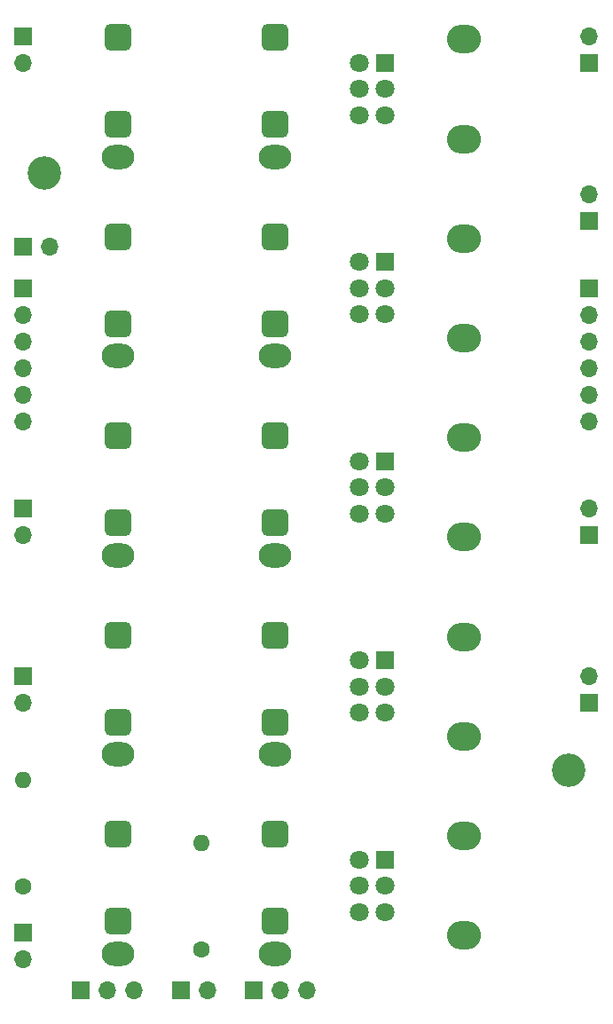
<source format=gts>
G04 #@! TF.GenerationSoftware,KiCad,Pcbnew,(6.0.4)*
G04 #@! TF.CreationDate,2023-11-12T14:02:13+01:00*
G04 #@! TF.ProjectId,Mixer_FRONT,4d697865-725f-4465-924f-4e542e6b6963,rev?*
G04 #@! TF.SameCoordinates,Original*
G04 #@! TF.FileFunction,Soldermask,Top*
G04 #@! TF.FilePolarity,Negative*
%FSLAX46Y46*%
G04 Gerber Fmt 4.6, Leading zero omitted, Abs format (unit mm)*
G04 Created by KiCad (PCBNEW (6.0.4)) date 2023-11-12 14:02:13*
%MOMM*%
%LPD*%
G01*
G04 APERTURE LIST*
G04 Aperture macros list*
%AMRoundRect*
0 Rectangle with rounded corners*
0 $1 Rounding radius*
0 $2 $3 $4 $5 $6 $7 $8 $9 X,Y pos of 4 corners*
0 Add a 4 corners polygon primitive as box body*
4,1,4,$2,$3,$4,$5,$6,$7,$8,$9,$2,$3,0*
0 Add four circle primitives for the rounded corners*
1,1,$1+$1,$2,$3*
1,1,$1+$1,$4,$5*
1,1,$1+$1,$6,$7*
1,1,$1+$1,$8,$9*
0 Add four rect primitives between the rounded corners*
20,1,$1+$1,$2,$3,$4,$5,0*
20,1,$1+$1,$4,$5,$6,$7,0*
20,1,$1+$1,$6,$7,$8,$9,0*
20,1,$1+$1,$8,$9,$2,$3,0*%
G04 Aperture macros list end*
%ADD10O,3.240000X2.720000*%
%ADD11R,1.800000X1.800000*%
%ADD12C,1.800000*%
%ADD13O,3.100000X2.300000*%
%ADD14RoundRect,0.650000X-0.650000X-0.650000X0.650000X-0.650000X0.650000X0.650000X-0.650000X0.650000X0*%
%ADD15C,3.200000*%
%ADD16C,1.600000*%
%ADD17O,1.600000X1.600000*%
%ADD18R,1.700000X1.700000*%
%ADD19O,1.700000X1.700000*%
G04 APERTURE END LIST*
D10*
X68025000Y-131250000D03*
X68025000Y-140750000D03*
D11*
X60525000Y-133500000D03*
D12*
X60525000Y-136000000D03*
X60525000Y-138500000D03*
X58025000Y-133500000D03*
X58025000Y-136000000D03*
X58025000Y-138500000D03*
D10*
X68025000Y-64750000D03*
X68025000Y-55250000D03*
D11*
X60525000Y-57500000D03*
D12*
X60525000Y-60000000D03*
X60525000Y-62500000D03*
X58025000Y-57500000D03*
X58025000Y-60000000D03*
X58025000Y-62500000D03*
D13*
X35000000Y-66480000D03*
D14*
X35000000Y-55080000D03*
X35000000Y-63380000D03*
D15*
X28000000Y-68000000D03*
D13*
X50000000Y-104480000D03*
D14*
X50000000Y-93080000D03*
X50000000Y-101380000D03*
D13*
X35000000Y-123480000D03*
D14*
X35000000Y-112080000D03*
X35000000Y-120380000D03*
D13*
X50000000Y-85480000D03*
D14*
X50000000Y-74080000D03*
X50000000Y-82380000D03*
D15*
X78000000Y-125000000D03*
D13*
X50000000Y-66480000D03*
D14*
X50000000Y-55080000D03*
X50000000Y-63380000D03*
D16*
X43000000Y-142080000D03*
D17*
X43000000Y-131920000D03*
D13*
X50000000Y-123480000D03*
D14*
X50000000Y-112080000D03*
X50000000Y-120380000D03*
D13*
X35000000Y-104480000D03*
D14*
X35000000Y-93080000D03*
X35000000Y-101380000D03*
D10*
X68025000Y-83750000D03*
X68025000Y-74250000D03*
D11*
X60525000Y-76500000D03*
D12*
X60525000Y-79000000D03*
X60525000Y-81500000D03*
X58025000Y-76500000D03*
X58025000Y-79000000D03*
X58025000Y-81500000D03*
D10*
X68025000Y-93250000D03*
X68025000Y-102750000D03*
D11*
X60525000Y-95500000D03*
D12*
X60525000Y-98000000D03*
X60525000Y-100500000D03*
X58025000Y-95500000D03*
X58025000Y-98000000D03*
X58025000Y-100500000D03*
D10*
X68025000Y-112250000D03*
X68025000Y-121750000D03*
D11*
X60525000Y-114500000D03*
D12*
X60525000Y-117000000D03*
X60525000Y-119500000D03*
X58025000Y-114500000D03*
X58025000Y-117000000D03*
X58025000Y-119500000D03*
D16*
X26000000Y-136080000D03*
D17*
X26000000Y-125920000D03*
D13*
X50000000Y-142480000D03*
D14*
X50000000Y-131080000D03*
X50000000Y-139380000D03*
D13*
X35000000Y-85480000D03*
D14*
X35000000Y-74080000D03*
X35000000Y-82380000D03*
D13*
X35000000Y-142480000D03*
D14*
X35000000Y-131080000D03*
X35000000Y-139380000D03*
D18*
X26000000Y-100000000D03*
D19*
X26000000Y-102540000D03*
D18*
X26000000Y-75000000D03*
D19*
X28540000Y-75000000D03*
D18*
X80000000Y-79000000D03*
D19*
X80000000Y-81540000D03*
X80000000Y-84080000D03*
X80000000Y-86620000D03*
X80000000Y-89160000D03*
X80000000Y-91700000D03*
D18*
X26000000Y-116000000D03*
D19*
X26000000Y-118540000D03*
D18*
X80000000Y-57540000D03*
D19*
X80000000Y-55000000D03*
D18*
X26000000Y-55000000D03*
D19*
X26000000Y-57540000D03*
D18*
X31475000Y-146025000D03*
D19*
X34015000Y-146025000D03*
X36555000Y-146025000D03*
D18*
X80000000Y-118540000D03*
D19*
X80000000Y-116000000D03*
D18*
X80000000Y-72540000D03*
D19*
X80000000Y-70000000D03*
D18*
X26000000Y-140460000D03*
D19*
X26000000Y-143000000D03*
D18*
X26000000Y-79000000D03*
D19*
X26000000Y-81540000D03*
X26000000Y-84080000D03*
X26000000Y-86620000D03*
X26000000Y-89160000D03*
X26000000Y-91700000D03*
D18*
X48000000Y-146000000D03*
D19*
X50540000Y-146000000D03*
X53080000Y-146000000D03*
D18*
X41000000Y-146000000D03*
D19*
X43540000Y-146000000D03*
D18*
X80000000Y-102540000D03*
D19*
X80000000Y-100000000D03*
M02*

</source>
